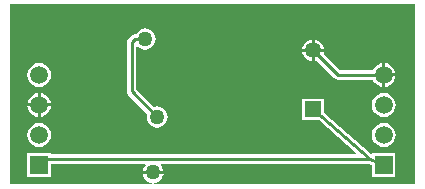
<source format=gbl>
G04*
G04 #@! TF.GenerationSoftware,Altium Limited,Altium Designer,18.0.12 (696)*
G04*
G04 Layer_Physical_Order=2*
G04 Layer_Color=16711680*
%FSLAX25Y25*%
%MOIN*%
G70*
G01*
G75*
%ADD13C,0.01000*%
%ADD31C,0.05906*%
%ADD32R,0.05906X0.05906*%
%ADD33C,0.05315*%
%ADD34R,0.05315X0.05315*%
%ADD35C,0.05000*%
G36*
X248000Y123500D02*
X161349D01*
X160922Y123677D01*
X160901Y124000D01*
X160929Y124004D01*
X161585Y124090D01*
X162437Y124443D01*
X163168Y125004D01*
X163729Y125735D01*
X164082Y126586D01*
X164136Y127000D01*
X157207D01*
X157262Y126586D01*
X157614Y125735D01*
X158175Y125004D01*
X158906Y124443D01*
X159758Y124090D01*
X160414Y124004D01*
X160442Y124000D01*
X160421Y123677D01*
X159994Y123500D01*
X113000D01*
Y183500D01*
X248000D01*
Y123500D01*
D02*
G37*
%LPC*%
G36*
X214500Y171814D02*
Y168691D01*
X217623D01*
X217563Y169145D01*
X217195Y170035D01*
X216609Y170799D01*
X215844Y171385D01*
X214955Y171754D01*
X214500Y171814D01*
D02*
G37*
G36*
X213500D02*
X213045Y171754D01*
X212156Y171385D01*
X211391Y170799D01*
X210805Y170035D01*
X210437Y169145D01*
X210377Y168691D01*
X213500D01*
Y171814D01*
D02*
G37*
G36*
X158000Y175530D02*
X157086Y175410D01*
X156235Y175057D01*
X155504Y174496D01*
X154943Y173765D01*
X154845Y173529D01*
X154500D01*
X153915Y173413D01*
X153419Y173081D01*
X152419Y172081D01*
X152087Y171585D01*
X151971Y171000D01*
Y154500D01*
X152087Y153915D01*
X152419Y153419D01*
X158688Y147149D01*
X158590Y146914D01*
X158470Y146000D01*
X158590Y145086D01*
X158943Y144235D01*
X159504Y143504D01*
X160235Y142943D01*
X161086Y142590D01*
X162000Y142470D01*
X162914Y142590D01*
X163765Y142943D01*
X164496Y143504D01*
X165057Y144235D01*
X165410Y145086D01*
X165530Y146000D01*
X165410Y146914D01*
X165057Y147765D01*
X164496Y148496D01*
X163765Y149057D01*
X162914Y149410D01*
X162000Y149530D01*
X161086Y149410D01*
X160851Y149312D01*
X155029Y155133D01*
Y169344D01*
X155358Y169456D01*
X155529Y169484D01*
X156235Y168943D01*
X157086Y168590D01*
X158000Y168470D01*
X158914Y168590D01*
X159765Y168943D01*
X160496Y169504D01*
X161057Y170235D01*
X161410Y171086D01*
X161530Y172000D01*
X161410Y172914D01*
X161057Y173765D01*
X160496Y174496D01*
X159765Y175057D01*
X158914Y175410D01*
X158000Y175530D01*
D02*
G37*
G36*
X213500Y167691D02*
X210377D01*
X210437Y167236D01*
X210805Y166346D01*
X211391Y165582D01*
X212156Y164996D01*
X213045Y164627D01*
X213500Y164567D01*
Y167691D01*
D02*
G37*
G36*
X238000Y163921D02*
Y160500D01*
X241421D01*
X241351Y161032D01*
X240953Y161993D01*
X240319Y162819D01*
X239493Y163453D01*
X238532Y163851D01*
X238000Y163921D01*
D02*
G37*
G36*
X241421Y159500D02*
X238000D01*
Y156079D01*
X238532Y156149D01*
X239493Y156547D01*
X240319Y157181D01*
X240953Y158007D01*
X241351Y158968D01*
X241421Y159500D01*
D02*
G37*
G36*
X217623Y167691D02*
X214500D01*
Y164567D01*
X214955Y164627D01*
X215270Y164758D01*
X221109Y158919D01*
X221605Y158587D01*
X222191Y158471D01*
X233855D01*
X234047Y158007D01*
X234681Y157181D01*
X235507Y156547D01*
X236468Y156149D01*
X237000Y156079D01*
Y160000D01*
Y163921D01*
X236468Y163851D01*
X235507Y163453D01*
X234681Y162819D01*
X234047Y161993D01*
X233855Y161529D01*
X222824D01*
X217433Y166921D01*
X217563Y167236D01*
X217623Y167691D01*
D02*
G37*
G36*
X122653Y163987D02*
X121622Y163851D01*
X120660Y163453D01*
X119834Y162819D01*
X119201Y161993D01*
X118802Y161032D01*
X118667Y160000D01*
X118802Y158968D01*
X119201Y158007D01*
X119834Y157181D01*
X120660Y156547D01*
X121622Y156149D01*
X122653Y156013D01*
X123685Y156149D01*
X124647Y156547D01*
X125473Y157181D01*
X126106Y158007D01*
X126505Y158968D01*
X126640Y160000D01*
X126505Y161032D01*
X126106Y161993D01*
X125473Y162819D01*
X124647Y163453D01*
X123685Y163851D01*
X122653Y163987D01*
D02*
G37*
G36*
X123153Y153921D02*
Y150500D01*
X126575D01*
X126505Y151032D01*
X126106Y151993D01*
X125473Y152819D01*
X124647Y153453D01*
X123685Y153851D01*
X123153Y153921D01*
D02*
G37*
G36*
X122153D02*
X121622Y153851D01*
X120660Y153453D01*
X119834Y152819D01*
X119201Y151993D01*
X118802Y151032D01*
X118733Y150500D01*
X122153D01*
Y153921D01*
D02*
G37*
G36*
X126575Y149500D02*
X123153D01*
Y146079D01*
X123685Y146149D01*
X124647Y146547D01*
X125473Y147181D01*
X126106Y148007D01*
X126505Y148968D01*
X126575Y149500D01*
D02*
G37*
G36*
X122153D02*
X118733D01*
X118802Y148968D01*
X119201Y148007D01*
X119834Y147181D01*
X120660Y146547D01*
X121622Y146149D01*
X122153Y146079D01*
Y149500D01*
D02*
G37*
G36*
X237500Y153987D02*
X236468Y153851D01*
X235507Y153453D01*
X234681Y152819D01*
X234047Y151993D01*
X233649Y151032D01*
X233513Y150000D01*
X233649Y148968D01*
X234047Y148007D01*
X234681Y147181D01*
X235507Y146547D01*
X236468Y146149D01*
X237500Y146013D01*
X238532Y146149D01*
X239493Y146547D01*
X240319Y147181D01*
X240953Y148007D01*
X241351Y148968D01*
X241487Y150000D01*
X241351Y151032D01*
X240953Y151993D01*
X240319Y152819D01*
X239493Y153453D01*
X238532Y153851D01*
X237500Y153987D01*
D02*
G37*
G36*
Y143987D02*
X236468Y143851D01*
X235507Y143453D01*
X234681Y142819D01*
X234047Y141993D01*
X233649Y141032D01*
X233513Y140000D01*
X233649Y138968D01*
X234047Y138007D01*
X234681Y137181D01*
X235507Y136547D01*
X236468Y136149D01*
X237500Y136013D01*
X238532Y136149D01*
X239493Y136547D01*
X240319Y137181D01*
X240953Y138007D01*
X241351Y138968D01*
X241487Y140000D01*
X241351Y141032D01*
X240953Y141993D01*
X240319Y142819D01*
X239493Y143453D01*
X238532Y143851D01*
X237500Y143987D01*
D02*
G37*
G36*
X122653D02*
X121622Y143851D01*
X120660Y143453D01*
X119834Y142819D01*
X119201Y141993D01*
X118802Y141032D01*
X118667Y140000D01*
X118802Y138968D01*
X119201Y138007D01*
X119834Y137181D01*
X120660Y136547D01*
X121622Y136149D01*
X122653Y136013D01*
X123685Y136149D01*
X124647Y136547D01*
X125473Y137181D01*
X126106Y138007D01*
X126505Y138968D01*
X126640Y140000D01*
X126505Y141032D01*
X126106Y141993D01*
X125473Y142819D01*
X124647Y143453D01*
X123685Y143851D01*
X122653Y143987D01*
D02*
G37*
G36*
X217657Y152163D02*
X210343D01*
Y144848D01*
X215879D01*
X228373Y133998D01*
X228198Y133529D01*
X126606D01*
Y133953D01*
X118701D01*
Y126047D01*
X126606D01*
Y130471D01*
X158016D01*
X158127Y130142D01*
X158156Y129971D01*
X157614Y129265D01*
X157262Y128414D01*
X157207Y128000D01*
X164136D01*
X164082Y128414D01*
X163729Y129265D01*
X163188Y129971D01*
X163216Y130142D01*
X163327Y130471D01*
X232681D01*
X233547Y130085D01*
Y126047D01*
X241453D01*
Y133953D01*
X233547D01*
Y133953D01*
X233247Y133816D01*
X217657Y147355D01*
Y152163D01*
D02*
G37*
%LPD*%
D13*
X153500Y154500D02*
Y171000D01*
X154500Y172000D01*
X158000D01*
X222191Y160000D02*
X237500D01*
X214000Y168191D02*
X222191Y160000D01*
X153500Y154500D02*
X162000Y146000D01*
X123153Y132000D02*
X233005D01*
X214000Y148505D02*
X233005Y132000D01*
X237500Y130000D01*
D31*
Y160000D02*
D03*
Y150000D02*
D03*
Y140000D02*
D03*
X122653Y160000D02*
D03*
Y150000D02*
D03*
Y140000D02*
D03*
D32*
X237500Y130000D02*
D03*
X122653D02*
D03*
D33*
X214000Y168191D02*
D03*
D34*
X214000Y148505D02*
D03*
D35*
X158000Y172000D02*
D03*
X160672Y127500D02*
D03*
X162000Y146000D02*
D03*
M02*

</source>
